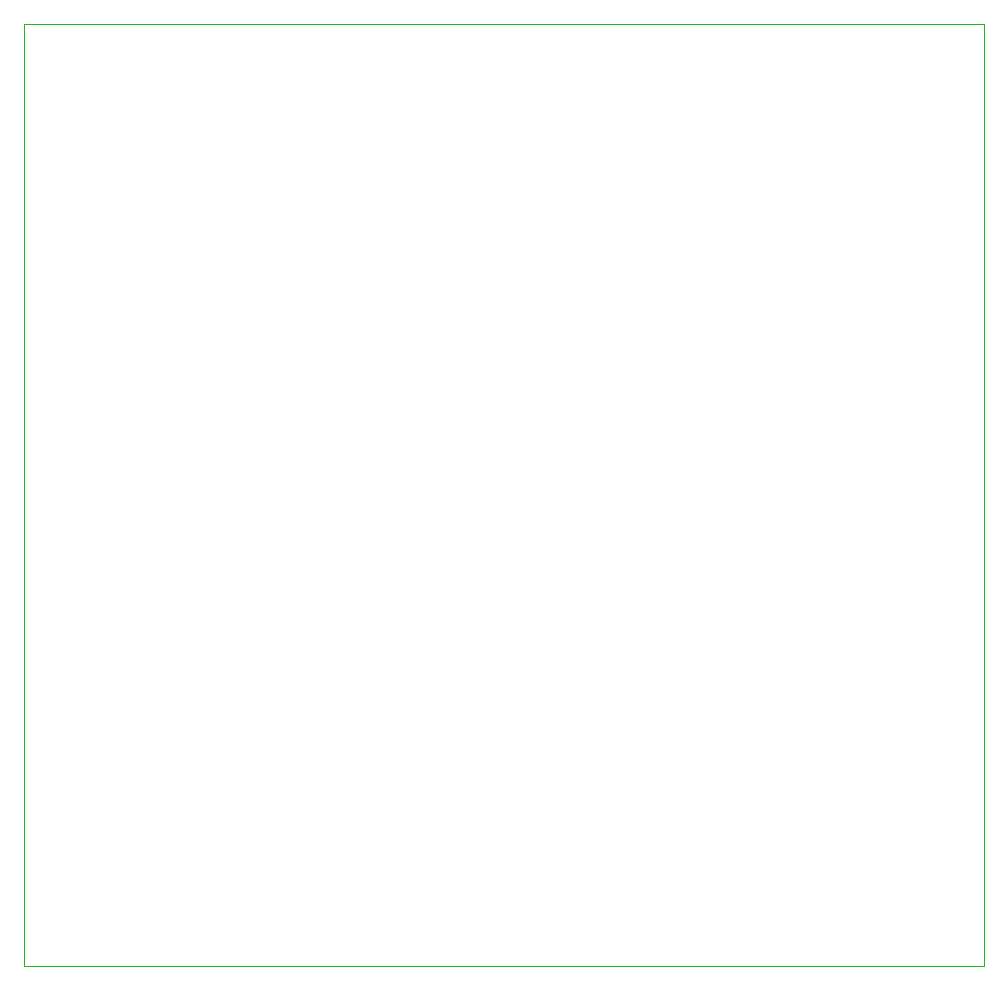
<source format=gbr>
G04 #@! TF.GenerationSoftware,KiCad,Pcbnew,5.1.4*
G04 #@! TF.CreationDate,2019-08-26T14:36:03+01:00*
G04 #@! TF.ProjectId,z802,7a383032-2e6b-4696-9361-645f70636258,rev?*
G04 #@! TF.SameCoordinates,Original*
G04 #@! TF.FileFunction,Profile,NP*
%FSLAX46Y46*%
G04 Gerber Fmt 4.6, Leading zero omitted, Abs format (unit mm)*
G04 Created by KiCad (PCBNEW 5.1.4) date 2019-08-26 14:36:03*
%MOMM*%
%LPD*%
G04 APERTURE LIST*
%ADD10C,0.050000*%
G04 APERTURE END LIST*
D10*
X150876000Y-51308000D02*
X150876000Y-131064000D01*
X69596000Y-131064000D02*
X150876000Y-131064000D01*
X69596000Y-51308000D02*
X69596000Y-131064000D01*
X150876000Y-51308000D02*
X69596000Y-51308000D01*
M02*

</source>
